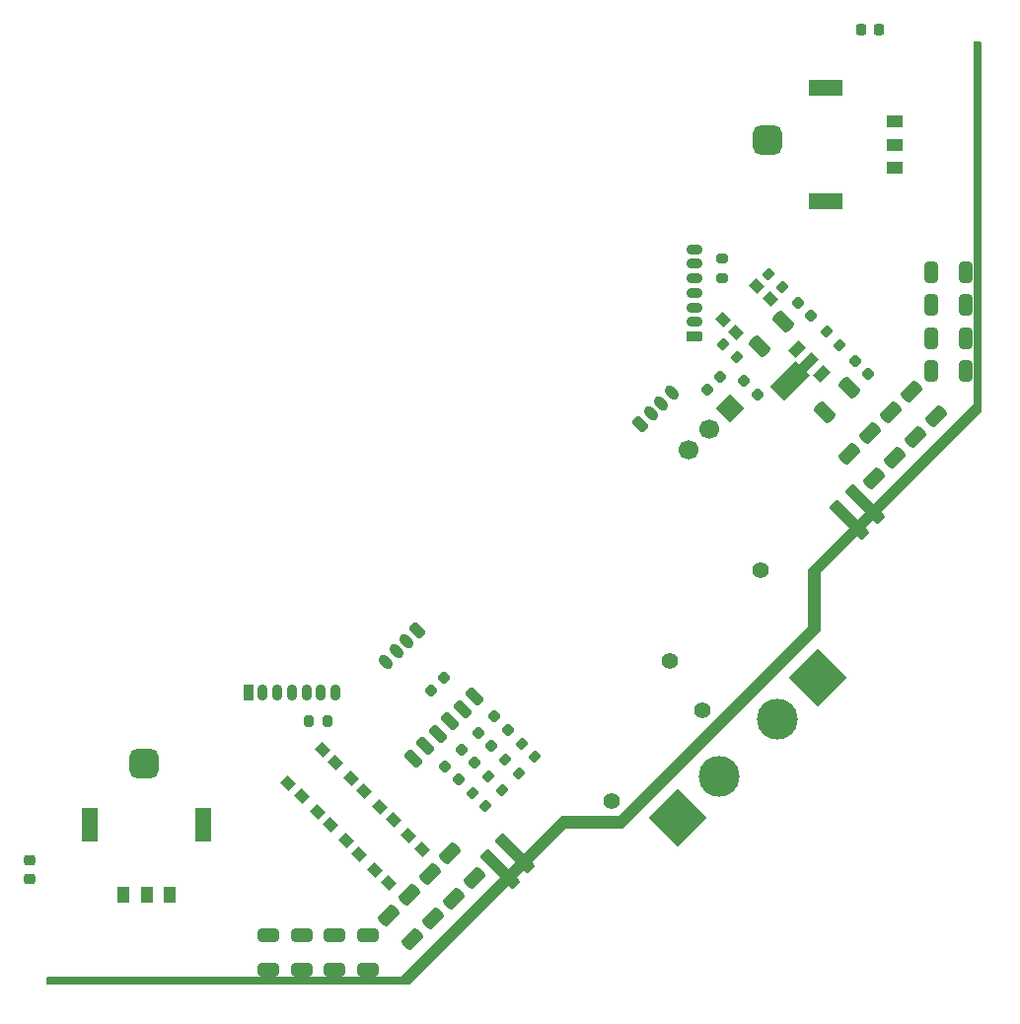
<source format=gbr>
%TF.GenerationSoftware,KiCad,Pcbnew,(6.0.8)*%
%TF.CreationDate,2022-10-14T23:08:25+09:00*%
%TF.ProjectId,ORION_VV_driver_v2,4f52494f-4e5f-4565-965f-647269766572,rev?*%
%TF.SameCoordinates,Original*%
%TF.FileFunction,Soldermask,Top*%
%TF.FilePolarity,Negative*%
%FSLAX46Y46*%
G04 Gerber Fmt 4.6, Leading zero omitted, Abs format (unit mm)*
G04 Created by KiCad (PCBNEW (6.0.8)) date 2022-10-14 23:08:25*
%MOMM*%
%LPD*%
G01*
G04 APERTURE LIST*
G04 Aperture macros list*
%AMRoundRect*
0 Rectangle with rounded corners*
0 $1 Rounding radius*
0 $2 $3 $4 $5 $6 $7 $8 $9 X,Y pos of 4 corners*
0 Add a 4 corners polygon primitive as box body*
4,1,4,$2,$3,$4,$5,$6,$7,$8,$9,$2,$3,0*
0 Add four circle primitives for the rounded corners*
1,1,$1+$1,$2,$3*
1,1,$1+$1,$4,$5*
1,1,$1+$1,$6,$7*
1,1,$1+$1,$8,$9*
0 Add four rect primitives between the rounded corners*
20,1,$1+$1,$2,$3,$4,$5,0*
20,1,$1+$1,$4,$5,$6,$7,0*
20,1,$1+$1,$6,$7,$8,$9,0*
20,1,$1+$1,$8,$9,$2,$3,0*%
%AMHorizOval*
0 Thick line with rounded ends*
0 $1 width*
0 $2 $3 position (X,Y) of the first rounded end (center of the circle)*
0 $4 $5 position (X,Y) of the second rounded end (center of the circle)*
0 Add line between two ends*
20,1,$1,$2,$3,$4,$5,0*
0 Add two circle primitives to create the rounded ends*
1,1,$1,$2,$3*
1,1,$1,$4,$5*%
%AMRotRect*
0 Rectangle, with rotation*
0 The origin of the aperture is its center*
0 $1 length*
0 $2 width*
0 $3 Rotation angle, in degrees counterclockwise*
0 Add horizontal line*
21,1,$1,$2,0,0,$3*%
%AMFreePoly0*
4,1,9,3.862500,-0.866500,0.737500,-0.866500,0.737500,-0.450000,-0.737500,-0.450000,-0.737500,0.450000,0.737500,0.450000,0.737500,0.866500,3.862500,0.866500,3.862500,-0.866500,3.862500,-0.866500,$1*%
G04 Aperture macros list end*
%ADD10RotRect,1.300000X0.900000X225.000000*%
%ADD11FreePoly0,225.000000*%
%ADD12RoundRect,0.200000X-0.335876X-0.053033X-0.053033X-0.335876X0.335876X0.053033X0.053033X0.335876X0*%
%ADD13RoundRect,0.218750X-0.335876X-0.026517X-0.026517X-0.335876X0.335876X0.026517X0.026517X0.335876X0*%
%ADD14RoundRect,0.225000X0.176777X-0.494975X0.494975X-0.176777X-0.176777X0.494975X-0.494975X0.176777X0*%
%ADD15HorizOval,0.900000X-0.176777X0.176777X0.176777X-0.176777X0*%
%ADD16RoundRect,0.200000X0.335876X0.053033X0.053033X0.335876X-0.335876X-0.053033X-0.053033X-0.335876X0*%
%ADD17RoundRect,0.218750X0.335876X0.026517X0.026517X0.335876X-0.335876X-0.026517X-0.026517X-0.335876X0*%
%ADD18RotRect,0.900000X1.000000X45.000000*%
%ADD19RoundRect,0.250000X0.689429X0.229810X0.229810X0.689429X-0.689429X-0.229810X-0.229810X-0.689429X0*%
%ADD20RoundRect,0.250000X1.069499X-1.440730X1.440730X-1.069499X-1.069499X1.440730X-1.440730X1.069499X0*%
%ADD21RoundRect,0.250000X0.650000X-0.325000X0.650000X0.325000X-0.650000X0.325000X-0.650000X-0.325000X0*%
%ADD22RoundRect,0.218750X-0.026517X0.335876X-0.335876X0.026517X0.026517X-0.335876X0.335876X-0.026517X0*%
%ADD23R,1.450000X1.100000*%
%ADD24R,2.899999X1.350000*%
%ADD25RotRect,1.700000X1.700000X315.000000*%
%ADD26HorizOval,1.700000X0.000000X0.000000X0.000000X0.000000X0*%
%ADD27C,3.500000*%
%ADD28RotRect,3.500000X3.500000X45.000000*%
%ADD29C,1.400000*%
%ADD30RoundRect,0.225000X0.475000X-0.225000X0.475000X0.225000X-0.475000X0.225000X-0.475000X-0.225000X0*%
%ADD31O,1.400000X0.900000*%
%ADD32RoundRect,0.250000X0.325000X0.650000X-0.325000X0.650000X-0.325000X-0.650000X0.325000X-0.650000X0*%
%ADD33RoundRect,0.250000X0.229810X-0.689429X0.689429X-0.229810X-0.229810X0.689429X-0.689429X0.229810X0*%
%ADD34RotRect,0.900000X1.000000X225.000000*%
%ADD35RoundRect,0.200000X0.200000X0.275000X-0.200000X0.275000X-0.200000X-0.275000X0.200000X-0.275000X0*%
%ADD36RoundRect,0.250000X-1.069499X1.440730X-1.440730X1.069499X1.069499X-1.440730X1.440730X-1.069499X0*%
%ADD37RoundRect,0.225000X-0.176777X0.494975X-0.494975X0.176777X0.176777X-0.494975X0.494975X-0.176777X0*%
%ADD38RoundRect,0.225000X-0.250000X0.225000X-0.250000X-0.225000X0.250000X-0.225000X0.250000X0.225000X0*%
%ADD39RoundRect,0.225000X-0.225000X-0.475000X0.225000X-0.475000X0.225000X0.475000X-0.225000X0.475000X0*%
%ADD40O,0.900000X1.400000*%
%ADD41RoundRect,0.225000X-0.225000X-0.250000X0.225000X-0.250000X0.225000X0.250000X-0.225000X0.250000X0*%
%ADD42RoundRect,0.225000X-0.247487X0.565685X-0.565685X0.247487X0.247487X-0.565685X0.565685X-0.247487X0*%
%ADD43RoundRect,0.200000X-0.275000X0.200000X-0.275000X-0.200000X0.275000X-0.200000X0.275000X0.200000X0*%
%ADD44R,1.100000X1.450000*%
%ADD45R,1.350000X2.899999*%
%ADD46RoundRect,0.625000X-0.625000X-0.625000X0.625000X-0.625000X0.625000X0.625000X-0.625000X0.625000X0*%
%ADD47RoundRect,0.625000X-0.625000X0.625000X-0.625000X-0.625000X0.625000X-0.625000X0.625000X0.625000X0*%
G04 APERTURE END LIST*
D10*
%TO.C,U2*%
X117163625Y-118305227D03*
D11*
X118162413Y-119427759D03*
D10*
X119284945Y-120426547D03*
%TD*%
D12*
%TO.C,R17*%
X119656177Y-116767270D03*
X120822903Y-117933996D03*
%TD*%
%TO.C,R16*%
X114706429Y-111817522D03*
X115873155Y-112984248D03*
%TD*%
D13*
%TO.C,D15*%
X122157566Y-119268659D03*
X123271260Y-120382353D03*
%TD*%
%TO.C,D14*%
X117207819Y-114318912D03*
X118321513Y-115432606D03*
%TD*%
D14*
%TO.C,J2*%
X103710919Y-124686865D03*
D15*
X104594802Y-123802982D03*
X105478686Y-122919098D03*
X106362569Y-122035215D03*
%TD*%
D12*
%TO.C,R5*%
X110817342Y-117827930D03*
X111984068Y-118994656D03*
%TD*%
D16*
%TO.C,R2*%
X93245738Y-154703548D03*
X92079012Y-153536822D03*
%TD*%
D17*
%TO.C,D2*%
X90894609Y-152352419D03*
X89780915Y-151238725D03*
%TD*%
D18*
%TO.C,SW4*%
X78873792Y-155110135D03*
X75974655Y-158009272D03*
X77106026Y-159140643D03*
X80005163Y-156241506D03*
%TD*%
D19*
%TO.C,C37*%
X125206964Y-123732271D03*
X127292930Y-125818237D03*
%TD*%
D20*
%TO.C,R26*%
X121653753Y-132906982D03*
X122979579Y-131581156D03*
%TD*%
D21*
%TO.C,C26*%
X80288006Y-171505088D03*
X80288006Y-168555088D03*
%TD*%
D18*
%TO.C,SW5*%
X76398919Y-152635261D03*
X73499782Y-155534398D03*
X74631153Y-156665769D03*
X77530290Y-153766632D03*
%TD*%
D22*
%TO.C,D13*%
X110543338Y-120682873D03*
X109429644Y-121796567D03*
%TD*%
D23*
%TO.C,J12*%
X125557306Y-98733624D03*
X125557306Y-100733625D03*
X125557306Y-102733624D03*
D24*
X119582307Y-95838626D03*
X119582307Y-105628622D03*
%TD*%
D25*
%TO.C,J14*%
X111418382Y-123343363D03*
D26*
X109622331Y-125139414D03*
X107826280Y-126935465D03*
%TD*%
D17*
%TO.C,D1*%
X89452111Y-153794917D03*
X88338417Y-152681223D03*
%TD*%
D22*
%TO.C,D5*%
X86855261Y-146492270D03*
X85741567Y-147605964D03*
%TD*%
D19*
%TO.C,C36*%
X129060697Y-124050470D03*
X126974731Y-121964504D03*
%TD*%
D27*
%TO.C,J11*%
X115413536Y-150001288D03*
D28*
X118949070Y-146465754D03*
D29*
X113999323Y-137273366D03*
X106221148Y-145051540D03*
%TD*%
D30*
%TO.C,J6*%
X108365171Y-117211545D03*
D31*
X108365171Y-115961545D03*
X108365171Y-114711545D03*
X108365171Y-113461545D03*
X108365171Y-112211545D03*
X108365171Y-110961545D03*
X108365171Y-109711545D03*
%TD*%
D21*
%TO.C,C3*%
X71802725Y-171565875D03*
X71802725Y-168615875D03*
%TD*%
D32*
%TO.C,C25*%
X131614034Y-120179060D03*
X128664034Y-120179060D03*
%TD*%
D16*
%TO.C,R4*%
X89250585Y-156365249D03*
X90417311Y-157531975D03*
%TD*%
D18*
%TO.C,SW3*%
X78449529Y-160484146D03*
X81348666Y-157585009D03*
X79580900Y-161615517D03*
X82480037Y-158716380D03*
%TD*%
D16*
%TO.C,R3*%
X94659952Y-153289335D03*
X93493226Y-152122609D03*
%TD*%
D33*
%TO.C,C4*%
X119550110Y-123696917D03*
X121636076Y-121610951D03*
%TD*%
D17*
%TO.C,D4*%
X86952487Y-154067152D03*
X88066181Y-155180846D03*
%TD*%
D34*
%TO.C,SW1*%
X114830172Y-113991876D03*
X111931035Y-116891013D03*
X110799664Y-115759642D03*
X113698801Y-112860505D03*
%TD*%
D35*
%TO.C,R15*%
X76870366Y-150231098D03*
X75220366Y-150231098D03*
%TD*%
D19*
%TO.C,C34*%
X125525163Y-127586004D03*
X123439197Y-125500038D03*
%TD*%
D36*
%TO.C,R20*%
X92971735Y-161589000D03*
X91645909Y-162914826D03*
%TD*%
D19*
%TO.C,C33*%
X84159417Y-168951750D03*
X82073451Y-166865784D03*
%TD*%
D13*
%TO.C,D12*%
X112611625Y-121036426D03*
X113725319Y-122150120D03*
%TD*%
D19*
%TO.C,C32*%
X123757396Y-129353771D03*
X121671430Y-127267805D03*
%TD*%
D33*
%TO.C,C2*%
X115979222Y-115954096D03*
X113893256Y-118040062D03*
%TD*%
D37*
%TO.C,J3*%
X84530647Y-142452923D03*
D15*
X83646764Y-143336806D03*
X82762880Y-144220690D03*
X81878997Y-145104573D03*
%TD*%
D38*
%TO.C,C38*%
X51296628Y-162184020D03*
X51296628Y-163734020D03*
%TD*%
D19*
%TO.C,C10*%
X89462717Y-163648450D03*
X87376751Y-161562484D03*
%TD*%
D29*
%TO.C,J15*%
X101253723Y-157054678D03*
X109031897Y-149276504D03*
D28*
X106910577Y-158468892D03*
D27*
X110446111Y-154933358D03*
%TD*%
D16*
%TO.C,R1*%
X91803240Y-156146046D03*
X90636514Y-154979320D03*
%TD*%
D39*
%TO.C,J5*%
X70034958Y-147756224D03*
D40*
X71284958Y-147756224D03*
X72534958Y-147756224D03*
X73784958Y-147756224D03*
X75034958Y-147756224D03*
X76284958Y-147756224D03*
X77534958Y-147756224D03*
%TD*%
D17*
%TO.C,D3*%
X92308822Y-150938205D03*
X91195128Y-149824511D03*
%TD*%
D41*
%TO.C,C39*%
X122646520Y-90834128D03*
X124196520Y-90834128D03*
%TD*%
D42*
%TO.C,J4*%
X89480395Y-148109778D03*
X88419735Y-149170438D03*
X87359075Y-150231098D03*
X86298414Y-151291759D03*
X85237754Y-152352419D03*
X84177094Y-153413079D03*
%TD*%
D19*
%TO.C,C31*%
X85927183Y-167183984D03*
X83841217Y-165098018D03*
%TD*%
D32*
%TO.C,C30*%
X131614034Y-114522206D03*
X128664034Y-114522206D03*
%TD*%
D19*
%TO.C,C35*%
X85608984Y-163330251D03*
X87694950Y-165416217D03*
%TD*%
D43*
%TO.C,R14*%
X110693598Y-110515225D03*
X110693598Y-112165225D03*
%TD*%
D21*
%TO.C,C1*%
X74631152Y-171505088D03*
X74631152Y-168555088D03*
%TD*%
%TO.C,C28*%
X77459579Y-171505088D03*
X77459579Y-168555088D03*
%TD*%
D32*
%TO.C,C27*%
X128664034Y-117350633D03*
X131614034Y-117350633D03*
%TD*%
%TO.C,C29*%
X131614034Y-111693778D03*
X128664034Y-111693778D03*
%TD*%
D44*
%TO.C,J13*%
X63317444Y-165080340D03*
X61317443Y-165080340D03*
X59317444Y-165080340D03*
D45*
X66212442Y-159105341D03*
X56422446Y-159105341D03*
%TD*%
D18*
%TO.C,SW2*%
X83823540Y-160059883D03*
X80924403Y-162959020D03*
X82055774Y-164090391D03*
X84954911Y-161191254D03*
%TD*%
D46*
%TO.C,GD2*%
X114582685Y-100380070D03*
%TD*%
D47*
%TO.C,GD1*%
X61139017Y-153823739D03*
%TD*%
G36*
X132909583Y-91914791D02*
G01*
X132956076Y-91968447D01*
X132967462Y-92020789D01*
X132967462Y-123662404D01*
X132947460Y-123730525D01*
X132930557Y-123751499D01*
X119191691Y-137490364D01*
X119178879Y-137513826D01*
X119178879Y-142400733D01*
X119158877Y-142468854D01*
X119141974Y-142489828D01*
X102245222Y-159386581D01*
X102182910Y-159420607D01*
X102156127Y-159423486D01*
X97276684Y-159423486D01*
X97251039Y-159431016D01*
X83860445Y-172821610D01*
X83798133Y-172855636D01*
X83771350Y-172858515D01*
X52836842Y-172858515D01*
X52768721Y-172838513D01*
X52722228Y-172784857D01*
X52710842Y-172732515D01*
X52710842Y-172277408D01*
X52730844Y-172209287D01*
X52784500Y-172162794D01*
X52836842Y-172151408D01*
X83098319Y-172151408D01*
X83123964Y-172143878D01*
X96868111Y-158399731D01*
X96930423Y-158365705D01*
X96957206Y-158362826D01*
X101836648Y-158362826D01*
X101862293Y-158355296D01*
X118105407Y-142112182D01*
X118118219Y-142088720D01*
X118118219Y-137201813D01*
X118138221Y-137133692D01*
X118155124Y-137112718D01*
X132247543Y-123020299D01*
X132260355Y-122996837D01*
X132260355Y-92020789D01*
X132280357Y-91952668D01*
X132334013Y-91906175D01*
X132386355Y-91894789D01*
X132841462Y-91894789D01*
X132909583Y-91914791D01*
G37*
M02*

</source>
